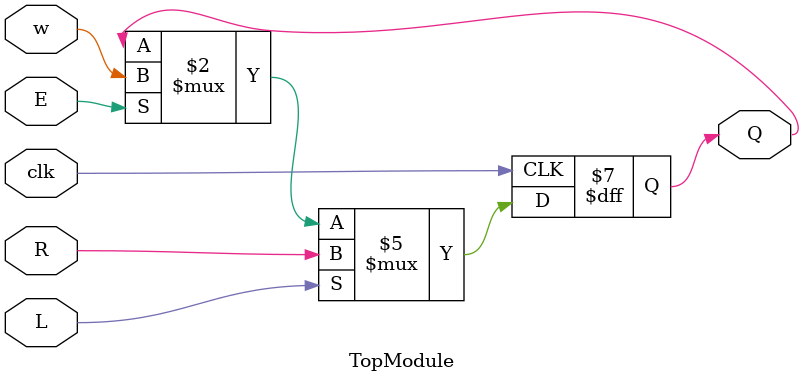
<source format=sv>

module TopModule (
  input clk,
  input w,
  input R,
  input E,
  input L,
  output reg Q
);

  // The flip-flop stores the current state of the shift register stage.
  // It is clocked by the positive edge of the clock signal.
  always @(posedge clk) begin
    if (L) begin // Load enable
      Q <= R;
    end else if (E) begin // Shift enable
      Q <= w;
    end else begin
      // Maintain the current value.
      // This is implied by the default state of a reg.
    end
  end

endmodule

// VERILOG-EVAL: errant inclusion of module definition

</source>
